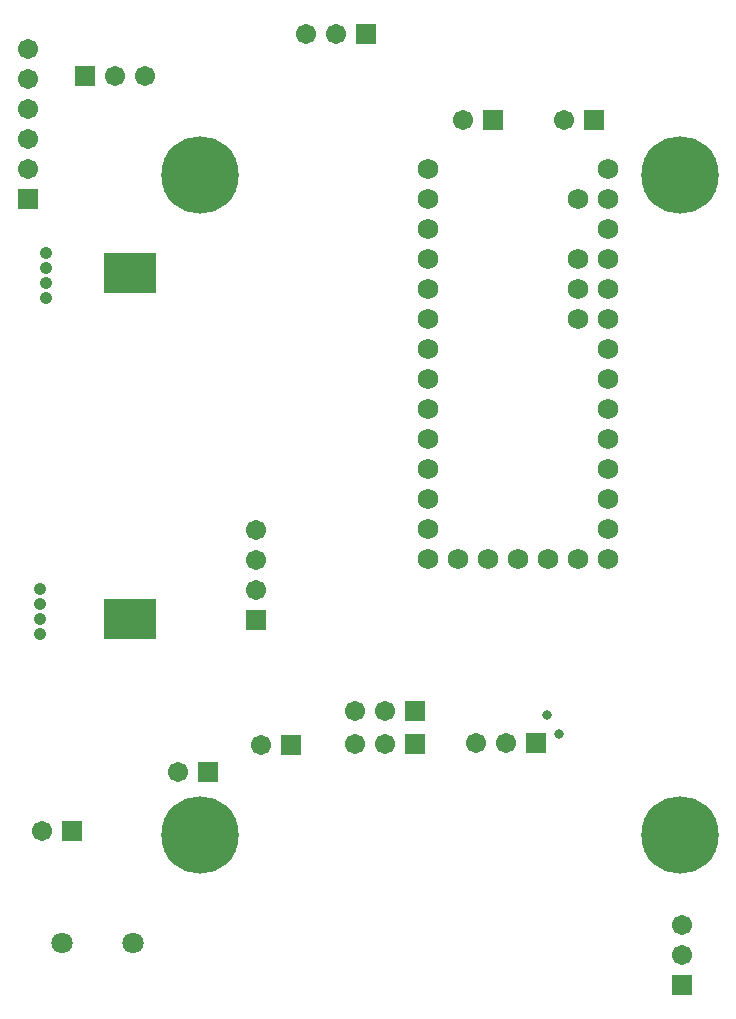
<source format=gbs>
G04*
G04 #@! TF.GenerationSoftware,Altium Limited,Altium Designer,21.9.2 (33)*
G04*
G04 Layer_Color=16711935*
%FSLAX25Y25*%
%MOIN*%
G70*
G04*
G04 #@! TF.SameCoordinates,2E303187-FE1F-4BD8-B44E-E95B7E70DBC6*
G04*
G04*
G04 #@! TF.FilePolarity,Negative*
G04*
G01*
G75*
%ADD45R,0.06706X0.06706*%
%ADD63C,0.06800*%
%ADD64C,0.06706*%
%ADD65C,0.07099*%
%ADD66R,0.06706X0.06706*%
%ADD67C,0.25800*%
%ADD68C,0.04147*%
%ADD69C,0.03300*%
%ADD98R,0.17335X0.13398*%
D45*
X187000Y296500D02*
D03*
X17500Y311000D02*
D03*
X127500Y99500D02*
D03*
X86000Y88000D02*
D03*
X58500Y79000D02*
D03*
X13000Y59500D02*
D03*
X167705Y88642D02*
D03*
X127500Y88500D02*
D03*
X153500Y296500D02*
D03*
X111000Y325000D02*
D03*
D63*
X191705Y260142D02*
D03*
X181705Y270142D02*
D03*
X131705Y280142D02*
D03*
Y270142D02*
D03*
Y260142D02*
D03*
Y250142D02*
D03*
Y240142D02*
D03*
Y230142D02*
D03*
Y220142D02*
D03*
Y210142D02*
D03*
Y200142D02*
D03*
Y190142D02*
D03*
Y180142D02*
D03*
Y170142D02*
D03*
Y160142D02*
D03*
Y150142D02*
D03*
X141705D02*
D03*
X151705D02*
D03*
X161705D02*
D03*
X181705D02*
D03*
X191705D02*
D03*
Y160142D02*
D03*
Y170142D02*
D03*
Y180142D02*
D03*
Y190142D02*
D03*
Y200142D02*
D03*
Y210142D02*
D03*
Y220142D02*
D03*
Y230142D02*
D03*
Y240142D02*
D03*
Y250142D02*
D03*
Y270142D02*
D03*
Y280142D02*
D03*
X171705Y150142D02*
D03*
X181705Y250142D02*
D03*
Y240142D02*
D03*
Y230142D02*
D03*
D64*
X177000Y296500D02*
D03*
X37500Y311000D02*
D03*
X27500D02*
D03*
X107500Y99500D02*
D03*
X117500D02*
D03*
X76000Y88000D02*
D03*
X48500Y79000D02*
D03*
X3000Y59500D02*
D03*
X216200Y18142D02*
D03*
Y28142D02*
D03*
X-1795Y280142D02*
D03*
Y290142D02*
D03*
Y300142D02*
D03*
Y310142D02*
D03*
Y320142D02*
D03*
X157705Y88642D02*
D03*
X147705D02*
D03*
X117500Y88500D02*
D03*
X107500D02*
D03*
X143500Y296500D02*
D03*
X74205Y159642D02*
D03*
Y149642D02*
D03*
Y139642D02*
D03*
X101000Y325000D02*
D03*
X91000D02*
D03*
D65*
X33311Y22000D02*
D03*
X9689D02*
D03*
D66*
X216200Y8142D02*
D03*
X-1795Y270142D02*
D03*
X74205Y129642D02*
D03*
D67*
X215705Y58142D02*
D03*
X55705D02*
D03*
X215705Y278142D02*
D03*
X55705D02*
D03*
D68*
X2500Y140000D02*
D03*
Y135000D02*
D03*
Y130000D02*
D03*
Y125000D02*
D03*
X4500Y252000D02*
D03*
Y247000D02*
D03*
Y242000D02*
D03*
Y237000D02*
D03*
D69*
X171500Y98000D02*
D03*
X175205Y91642D02*
D03*
D98*
X32500Y245354D02*
D03*
Y130000D02*
D03*
M02*

</source>
